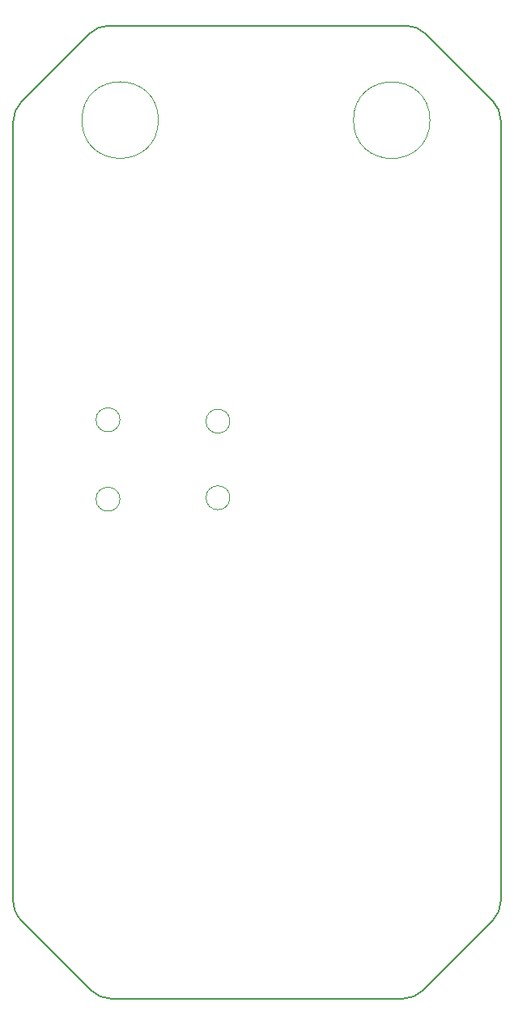
<source format=gm1>
G04 #@! TF.GenerationSoftware,KiCad,Pcbnew,(6.0.11)*
G04 #@! TF.CreationDate,2023-07-06T13:43:45+02:00*
G04 #@! TF.ProjectId,Dohle TankVerb,446f686c-6520-4546-916e-6b566572622e,rev?*
G04 #@! TF.SameCoordinates,Original*
G04 #@! TF.FileFunction,Profile,NP*
%FSLAX46Y46*%
G04 Gerber Fmt 4.6, Leading zero omitted, Abs format (unit mm)*
G04 Created by KiCad (PCBNEW (6.0.11)) date 2023-07-06 13:43:45*
%MOMM*%
%LPD*%
G01*
G04 APERTURE LIST*
G04 #@! TA.AperFunction,Profile*
%ADD10C,0.200000*%
G04 #@! TD*
G04 #@! TA.AperFunction,Profile*
%ADD11C,0.120000*%
G04 #@! TD*
G04 APERTURE END LIST*
D10*
X181969338Y-146295362D02*
G75*
G03*
X182848000Y-144174024I-2121238J2121262D01*
G01*
X132720146Y-146288810D02*
X139969320Y-153537985D01*
X172905359Y-52717711D02*
X141905359Y-52717711D01*
X139784039Y-53596390D02*
X132726679Y-60653750D01*
X174726679Y-153537985D02*
X181969320Y-146295344D01*
X131848018Y-143969608D02*
G75*
G03*
X132720146Y-146288810I2993482J-197892D01*
G01*
X131848000Y-62775070D02*
X131848000Y-143969607D01*
X172605359Y-154416646D02*
G75*
G03*
X174726679Y-153537985I41J2999946D01*
G01*
X142090640Y-154416664D02*
X172605359Y-154416664D01*
X175026688Y-53596381D02*
G75*
G03*
X172905359Y-52717711I-2121388J-2121519D01*
G01*
X141905359Y-52717749D02*
G75*
G03*
X139784039Y-53596390I-59J-2999951D01*
G01*
X182847993Y-62660351D02*
G75*
G03*
X181969320Y-60539031I-2999893J51D01*
G01*
X182848000Y-144174024D02*
X182848000Y-62660351D01*
X181969320Y-60539031D02*
X175026679Y-53596390D01*
X139969308Y-153537997D02*
G75*
G03*
X142090640Y-154416664I2121292J2121297D01*
G01*
X132726694Y-60653765D02*
G75*
G03*
X131848000Y-62775070I2121306J-2121335D01*
G01*
D11*
X143012716Y-102217414D02*
G75*
G03*
X143012716Y-102217414I-1250000J0D01*
G01*
X154512716Y-94067414D02*
G75*
G03*
X154512716Y-94067414I-1250000J0D01*
G01*
X143012716Y-93917414D02*
G75*
G03*
X143012716Y-93917414I-1250000J0D01*
G01*
X154512716Y-102067414D02*
G75*
G03*
X154512716Y-102067414I-1250000J0D01*
G01*
X175438778Y-62613936D02*
G75*
G03*
X175438778Y-62613936I-4000000J0D01*
G01*
X147034000Y-62593981D02*
G75*
G03*
X147034000Y-62593981I-4000000J0D01*
G01*
M02*

</source>
